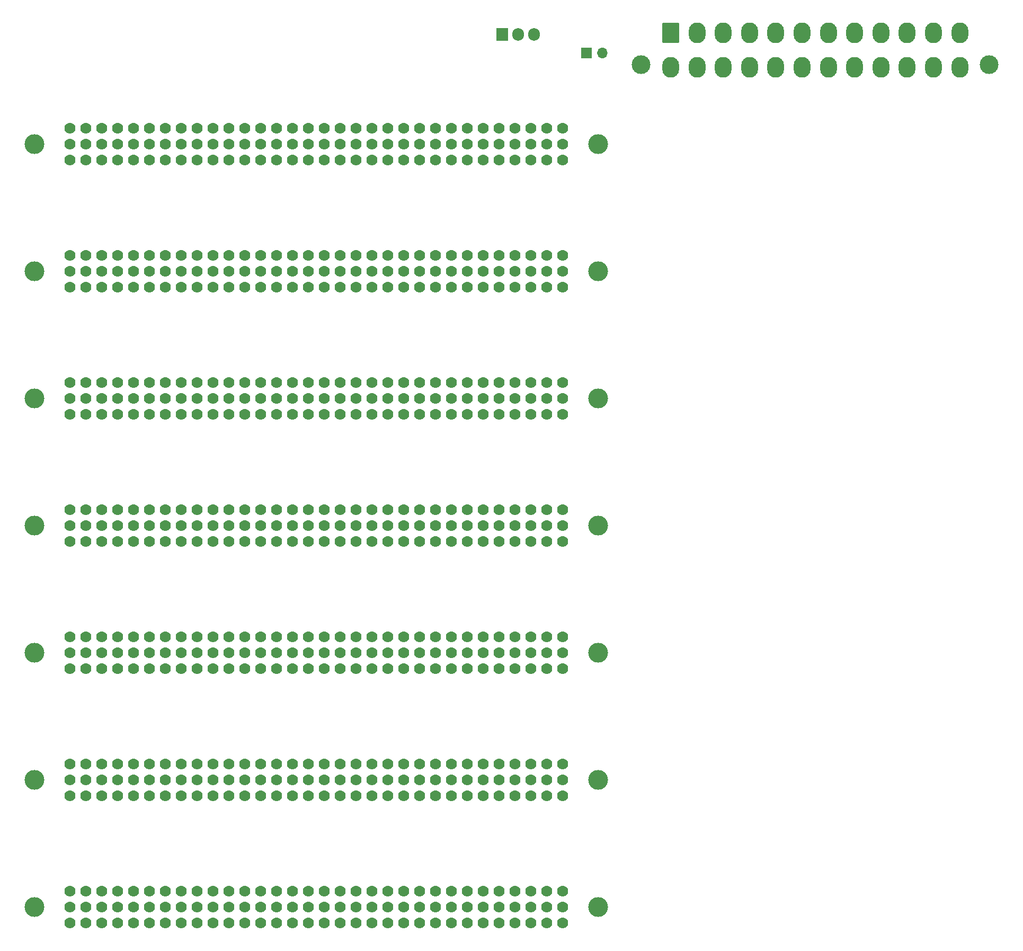
<source format=gbr>
%TF.GenerationSoftware,KiCad,Pcbnew,(6.0.7)*%
%TF.CreationDate,2023-04-17T16:20:31-06:00*%
%TF.ProjectId,Malebolge,4d616c65-626f-46c6-9765-2e6b69636164,rev?*%
%TF.SameCoordinates,Original*%
%TF.FileFunction,Soldermask,Bot*%
%TF.FilePolarity,Negative*%
%FSLAX46Y46*%
G04 Gerber Fmt 4.6, Leading zero omitted, Abs format (unit mm)*
G04 Created by KiCad (PCBNEW (6.0.7)) date 2023-04-17 16:20:31*
%MOMM*%
%LPD*%
G01*
G04 APERTURE LIST*
G04 Aperture macros list*
%AMRoundRect*
0 Rectangle with rounded corners*
0 $1 Rounding radius*
0 $2 $3 $4 $5 $6 $7 $8 $9 X,Y pos of 4 corners*
0 Add a 4 corners polygon primitive as box body*
4,1,4,$2,$3,$4,$5,$6,$7,$8,$9,$2,$3,0*
0 Add four circle primitives for the rounded corners*
1,1,$1+$1,$2,$3*
1,1,$1+$1,$4,$5*
1,1,$1+$1,$6,$7*
1,1,$1+$1,$8,$9*
0 Add four rect primitives between the rounded corners*
20,1,$1+$1,$2,$3,$4,$5,0*
20,1,$1+$1,$4,$5,$6,$7,0*
20,1,$1+$1,$6,$7,$8,$9,0*
20,1,$1+$1,$8,$9,$2,$3,0*%
G04 Aperture macros list end*
%ADD10R,1.905000X2.000000*%
%ADD11O,1.905000X2.000000*%
%ADD12R,1.700000X1.700000*%
%ADD13O,1.700000X1.700000*%
%ADD14C,3.000000*%
%ADD15RoundRect,0.250001X-1.099999X-1.399999X1.099999X-1.399999X1.099999X1.399999X-1.099999X1.399999X0*%
%ADD16O,2.700000X3.300000*%
%ADD17C,1.778000*%
%ADD18C,3.175000*%
G04 APERTURE END LIST*
D10*
%TO.C,U1*%
X90678000Y-14224000D03*
D11*
X93218000Y-14224000D03*
X95758000Y-14224000D03*
%TD*%
D12*
%TO.C,J2*%
X104160000Y-17247000D03*
D13*
X106700000Y-17247000D03*
%TD*%
D14*
%TO.C,J1*%
X168516000Y-19062000D03*
X112916000Y-19062000D03*
D15*
X117616000Y-14022000D03*
D16*
X121816000Y-14022000D03*
X126016000Y-14022000D03*
X130216000Y-14022000D03*
X134416000Y-14022000D03*
X138616000Y-14022000D03*
X142816000Y-14022000D03*
X147016000Y-14022000D03*
X151216000Y-14022000D03*
X155416000Y-14022000D03*
X159616000Y-14022000D03*
X163816000Y-14022000D03*
X117616000Y-19522000D03*
X121816000Y-19522000D03*
X126016000Y-19522000D03*
X130216000Y-19522000D03*
X134416000Y-19522000D03*
X138616000Y-19522000D03*
X142816000Y-19522000D03*
X147016000Y-19522000D03*
X151216000Y-19522000D03*
X155416000Y-19522000D03*
X159616000Y-19522000D03*
X163816000Y-19522000D03*
%TD*%
D17*
%TO.C,BUS7*%
X100330000Y-151130000D03*
X97790000Y-151130000D03*
X95250000Y-151130000D03*
X92710000Y-151130000D03*
X90170000Y-151130000D03*
X87630000Y-151130000D03*
X85090000Y-151130000D03*
X82550000Y-151130000D03*
X80010000Y-151130000D03*
X77470000Y-151130000D03*
X74930000Y-151130000D03*
X72390000Y-151130000D03*
X69850000Y-151130000D03*
X67310000Y-151130000D03*
X64770000Y-151130000D03*
X62230000Y-151130000D03*
X59690000Y-151130000D03*
X57150000Y-151130000D03*
X54610000Y-151130000D03*
X52070000Y-151130000D03*
X49530000Y-151130000D03*
X46990000Y-151130000D03*
X44450000Y-151130000D03*
X41910000Y-151130000D03*
X39370000Y-151130000D03*
X36830000Y-151130000D03*
X34290000Y-151130000D03*
X31750000Y-151130000D03*
X29210000Y-151130000D03*
X26670000Y-151130000D03*
X24130000Y-151130000D03*
X21590000Y-151130000D03*
X100330000Y-153670000D03*
X97790000Y-153670000D03*
X95250000Y-153670000D03*
X92710000Y-153670000D03*
X90170000Y-153670000D03*
X87630000Y-153670000D03*
X85090000Y-153670000D03*
X82550000Y-153670000D03*
X80010000Y-153670000D03*
X77470000Y-153670000D03*
X74930000Y-153670000D03*
X72390000Y-153670000D03*
X69850000Y-153670000D03*
X67310000Y-153670000D03*
X64770000Y-153670000D03*
X62230000Y-153670000D03*
X59690000Y-153670000D03*
X57150000Y-153670000D03*
X54610000Y-153670000D03*
X52070000Y-153670000D03*
X49530000Y-153670000D03*
X46990000Y-153670000D03*
X44450000Y-153670000D03*
X41910000Y-153670000D03*
X39370000Y-153670000D03*
X36830000Y-153670000D03*
X34290000Y-153670000D03*
X31750000Y-153670000D03*
X29210000Y-153670000D03*
X26670000Y-153670000D03*
X24130000Y-153670000D03*
X21590000Y-153670000D03*
X100330000Y-156210000D03*
X97790000Y-156210000D03*
X95250000Y-156210000D03*
X92710000Y-156210000D03*
X90170000Y-156210000D03*
X87630000Y-156210000D03*
X85090000Y-156210000D03*
X82550000Y-156210000D03*
X80010000Y-156210000D03*
X77470000Y-156210000D03*
X74930000Y-156210000D03*
X72390000Y-156210000D03*
X69850000Y-156210000D03*
X67310000Y-156210000D03*
X64770000Y-156210000D03*
X62230000Y-156210000D03*
X59690000Y-156210000D03*
X57150000Y-156210000D03*
X54610000Y-156210000D03*
X52070000Y-156210000D03*
X49530000Y-156210000D03*
X46990000Y-156210000D03*
X44450000Y-156210000D03*
X41910000Y-156210000D03*
X39370000Y-156210000D03*
X36830000Y-156210000D03*
X34290000Y-156210000D03*
X31750000Y-156210000D03*
X29210000Y-156210000D03*
X26670000Y-156210000D03*
X24130000Y-156210000D03*
X21590000Y-156210000D03*
D18*
X15913100Y-153670000D03*
X106006900Y-153670000D03*
%TD*%
D17*
%TO.C,BUS6*%
X100330000Y-130810000D03*
X97790000Y-130810000D03*
X95250000Y-130810000D03*
X92710000Y-130810000D03*
X90170000Y-130810000D03*
X87630000Y-130810000D03*
X85090000Y-130810000D03*
X82550000Y-130810000D03*
X80010000Y-130810000D03*
X77470000Y-130810000D03*
X74930000Y-130810000D03*
X72390000Y-130810000D03*
X69850000Y-130810000D03*
X67310000Y-130810000D03*
X64770000Y-130810000D03*
X62230000Y-130810000D03*
X59690000Y-130810000D03*
X57150000Y-130810000D03*
X54610000Y-130810000D03*
X52070000Y-130810000D03*
X49530000Y-130810000D03*
X46990000Y-130810000D03*
X44450000Y-130810000D03*
X41910000Y-130810000D03*
X39370000Y-130810000D03*
X36830000Y-130810000D03*
X34290000Y-130810000D03*
X31750000Y-130810000D03*
X29210000Y-130810000D03*
X26670000Y-130810000D03*
X24130000Y-130810000D03*
X21590000Y-130810000D03*
X100330000Y-133350000D03*
X97790000Y-133350000D03*
X95250000Y-133350000D03*
X92710000Y-133350000D03*
X90170000Y-133350000D03*
X87630000Y-133350000D03*
X85090000Y-133350000D03*
X82550000Y-133350000D03*
X80010000Y-133350000D03*
X77470000Y-133350000D03*
X74930000Y-133350000D03*
X72390000Y-133350000D03*
X69850000Y-133350000D03*
X67310000Y-133350000D03*
X64770000Y-133350000D03*
X62230000Y-133350000D03*
X59690000Y-133350000D03*
X57150000Y-133350000D03*
X54610000Y-133350000D03*
X52070000Y-133350000D03*
X49530000Y-133350000D03*
X46990000Y-133350000D03*
X44450000Y-133350000D03*
X41910000Y-133350000D03*
X39370000Y-133350000D03*
X36830000Y-133350000D03*
X34290000Y-133350000D03*
X31750000Y-133350000D03*
X29210000Y-133350000D03*
X26670000Y-133350000D03*
X24130000Y-133350000D03*
X21590000Y-133350000D03*
X100330000Y-135890000D03*
X97790000Y-135890000D03*
X95250000Y-135890000D03*
X92710000Y-135890000D03*
X90170000Y-135890000D03*
X87630000Y-135890000D03*
X85090000Y-135890000D03*
X82550000Y-135890000D03*
X80010000Y-135890000D03*
X77470000Y-135890000D03*
X74930000Y-135890000D03*
X72390000Y-135890000D03*
X69850000Y-135890000D03*
X67310000Y-135890000D03*
X64770000Y-135890000D03*
X62230000Y-135890000D03*
X59690000Y-135890000D03*
X57150000Y-135890000D03*
X54610000Y-135890000D03*
X52070000Y-135890000D03*
X49530000Y-135890000D03*
X46990000Y-135890000D03*
X44450000Y-135890000D03*
X41910000Y-135890000D03*
X39370000Y-135890000D03*
X36830000Y-135890000D03*
X34290000Y-135890000D03*
X31750000Y-135890000D03*
X29210000Y-135890000D03*
X26670000Y-135890000D03*
X24130000Y-135890000D03*
X21590000Y-135890000D03*
D18*
X15913100Y-133350000D03*
X106006900Y-133350000D03*
%TD*%
D17*
%TO.C,BUS5*%
X100330000Y-110490000D03*
X97790000Y-110490000D03*
X95250000Y-110490000D03*
X92710000Y-110490000D03*
X90170000Y-110490000D03*
X87630000Y-110490000D03*
X85090000Y-110490000D03*
X82550000Y-110490000D03*
X80010000Y-110490000D03*
X77470000Y-110490000D03*
X74930000Y-110490000D03*
X72390000Y-110490000D03*
X69850000Y-110490000D03*
X67310000Y-110490000D03*
X64770000Y-110490000D03*
X62230000Y-110490000D03*
X59690000Y-110490000D03*
X57150000Y-110490000D03*
X54610000Y-110490000D03*
X52070000Y-110490000D03*
X49530000Y-110490000D03*
X46990000Y-110490000D03*
X44450000Y-110490000D03*
X41910000Y-110490000D03*
X39370000Y-110490000D03*
X36830000Y-110490000D03*
X34290000Y-110490000D03*
X31750000Y-110490000D03*
X29210000Y-110490000D03*
X26670000Y-110490000D03*
X24130000Y-110490000D03*
X21590000Y-110490000D03*
X100330000Y-113030000D03*
X97790000Y-113030000D03*
X95250000Y-113030000D03*
X92710000Y-113030000D03*
X90170000Y-113030000D03*
X87630000Y-113030000D03*
X85090000Y-113030000D03*
X82550000Y-113030000D03*
X80010000Y-113030000D03*
X77470000Y-113030000D03*
X74930000Y-113030000D03*
X72390000Y-113030000D03*
X69850000Y-113030000D03*
X67310000Y-113030000D03*
X64770000Y-113030000D03*
X62230000Y-113030000D03*
X59690000Y-113030000D03*
X57150000Y-113030000D03*
X54610000Y-113030000D03*
X52070000Y-113030000D03*
X49530000Y-113030000D03*
X46990000Y-113030000D03*
X44450000Y-113030000D03*
X41910000Y-113030000D03*
X39370000Y-113030000D03*
X36830000Y-113030000D03*
X34290000Y-113030000D03*
X31750000Y-113030000D03*
X29210000Y-113030000D03*
X26670000Y-113030000D03*
X24130000Y-113030000D03*
X21590000Y-113030000D03*
X100330000Y-115570000D03*
X97790000Y-115570000D03*
X95250000Y-115570000D03*
X92710000Y-115570000D03*
X90170000Y-115570000D03*
X87630000Y-115570000D03*
X85090000Y-115570000D03*
X82550000Y-115570000D03*
X80010000Y-115570000D03*
X77470000Y-115570000D03*
X74930000Y-115570000D03*
X72390000Y-115570000D03*
X69850000Y-115570000D03*
X67310000Y-115570000D03*
X64770000Y-115570000D03*
X62230000Y-115570000D03*
X59690000Y-115570000D03*
X57150000Y-115570000D03*
X54610000Y-115570000D03*
X52070000Y-115570000D03*
X49530000Y-115570000D03*
X46990000Y-115570000D03*
X44450000Y-115570000D03*
X41910000Y-115570000D03*
X39370000Y-115570000D03*
X36830000Y-115570000D03*
X34290000Y-115570000D03*
X31750000Y-115570000D03*
X29210000Y-115570000D03*
X26670000Y-115570000D03*
X24130000Y-115570000D03*
X21590000Y-115570000D03*
D18*
X15913100Y-113030000D03*
X106006900Y-113030000D03*
%TD*%
D17*
%TO.C,BUS4*%
X100330000Y-90170000D03*
X97790000Y-90170000D03*
X95250000Y-90170000D03*
X92710000Y-90170000D03*
X90170000Y-90170000D03*
X87630000Y-90170000D03*
X85090000Y-90170000D03*
X82550000Y-90170000D03*
X80010000Y-90170000D03*
X77470000Y-90170000D03*
X74930000Y-90170000D03*
X72390000Y-90170000D03*
X69850000Y-90170000D03*
X67310000Y-90170000D03*
X64770000Y-90170000D03*
X62230000Y-90170000D03*
X59690000Y-90170000D03*
X57150000Y-90170000D03*
X54610000Y-90170000D03*
X52070000Y-90170000D03*
X49530000Y-90170000D03*
X46990000Y-90170000D03*
X44450000Y-90170000D03*
X41910000Y-90170000D03*
X39370000Y-90170000D03*
X36830000Y-90170000D03*
X34290000Y-90170000D03*
X31750000Y-90170000D03*
X29210000Y-90170000D03*
X26670000Y-90170000D03*
X24130000Y-90170000D03*
X21590000Y-90170000D03*
X100330000Y-92710000D03*
X97790000Y-92710000D03*
X95250000Y-92710000D03*
X92710000Y-92710000D03*
X90170000Y-92710000D03*
X87630000Y-92710000D03*
X85090000Y-92710000D03*
X82550000Y-92710000D03*
X80010000Y-92710000D03*
X77470000Y-92710000D03*
X74930000Y-92710000D03*
X72390000Y-92710000D03*
X69850000Y-92710000D03*
X67310000Y-92710000D03*
X64770000Y-92710000D03*
X62230000Y-92710000D03*
X59690000Y-92710000D03*
X57150000Y-92710000D03*
X54610000Y-92710000D03*
X52070000Y-92710000D03*
X49530000Y-92710000D03*
X46990000Y-92710000D03*
X44450000Y-92710000D03*
X41910000Y-92710000D03*
X39370000Y-92710000D03*
X36830000Y-92710000D03*
X34290000Y-92710000D03*
X31750000Y-92710000D03*
X29210000Y-92710000D03*
X26670000Y-92710000D03*
X24130000Y-92710000D03*
X21590000Y-92710000D03*
X100330000Y-95250000D03*
X97790000Y-95250000D03*
X95250000Y-95250000D03*
X92710000Y-95250000D03*
X90170000Y-95250000D03*
X87630000Y-95250000D03*
X85090000Y-95250000D03*
X82550000Y-95250000D03*
X80010000Y-95250000D03*
X77470000Y-95250000D03*
X74930000Y-95250000D03*
X72390000Y-95250000D03*
X69850000Y-95250000D03*
X67310000Y-95250000D03*
X64770000Y-95250000D03*
X62230000Y-95250000D03*
X59690000Y-95250000D03*
X57150000Y-95250000D03*
X54610000Y-95250000D03*
X52070000Y-95250000D03*
X49530000Y-95250000D03*
X46990000Y-95250000D03*
X44450000Y-95250000D03*
X41910000Y-95250000D03*
X39370000Y-95250000D03*
X36830000Y-95250000D03*
X34290000Y-95250000D03*
X31750000Y-95250000D03*
X29210000Y-95250000D03*
X26670000Y-95250000D03*
X24130000Y-95250000D03*
X21590000Y-95250000D03*
D18*
X15913100Y-92710000D03*
X106006900Y-92710000D03*
%TD*%
D17*
%TO.C,BUS3*%
X100330000Y-69850000D03*
X97790000Y-69850000D03*
X95250000Y-69850000D03*
X92710000Y-69850000D03*
X90170000Y-69850000D03*
X87630000Y-69850000D03*
X85090000Y-69850000D03*
X82550000Y-69850000D03*
X80010000Y-69850000D03*
X77470000Y-69850000D03*
X74930000Y-69850000D03*
X72390000Y-69850000D03*
X69850000Y-69850000D03*
X67310000Y-69850000D03*
X64770000Y-69850000D03*
X62230000Y-69850000D03*
X59690000Y-69850000D03*
X57150000Y-69850000D03*
X54610000Y-69850000D03*
X52070000Y-69850000D03*
X49530000Y-69850000D03*
X46990000Y-69850000D03*
X44450000Y-69850000D03*
X41910000Y-69850000D03*
X39370000Y-69850000D03*
X36830000Y-69850000D03*
X34290000Y-69850000D03*
X31750000Y-69850000D03*
X29210000Y-69850000D03*
X26670000Y-69850000D03*
X24130000Y-69850000D03*
X21590000Y-69850000D03*
X100330000Y-72390000D03*
X97790000Y-72390000D03*
X95250000Y-72390000D03*
X92710000Y-72390000D03*
X90170000Y-72390000D03*
X87630000Y-72390000D03*
X85090000Y-72390000D03*
X82550000Y-72390000D03*
X80010000Y-72390000D03*
X77470000Y-72390000D03*
X74930000Y-72390000D03*
X72390000Y-72390000D03*
X69850000Y-72390000D03*
X67310000Y-72390000D03*
X64770000Y-72390000D03*
X62230000Y-72390000D03*
X59690000Y-72390000D03*
X57150000Y-72390000D03*
X54610000Y-72390000D03*
X52070000Y-72390000D03*
X49530000Y-72390000D03*
X46990000Y-72390000D03*
X44450000Y-72390000D03*
X41910000Y-72390000D03*
X39370000Y-72390000D03*
X36830000Y-72390000D03*
X34290000Y-72390000D03*
X31750000Y-72390000D03*
X29210000Y-72390000D03*
X26670000Y-72390000D03*
X24130000Y-72390000D03*
X21590000Y-72390000D03*
X100330000Y-74930000D03*
X97790000Y-74930000D03*
X95250000Y-74930000D03*
X92710000Y-74930000D03*
X90170000Y-74930000D03*
X87630000Y-74930000D03*
X85090000Y-74930000D03*
X82550000Y-74930000D03*
X80010000Y-74930000D03*
X77470000Y-74930000D03*
X74930000Y-74930000D03*
X72390000Y-74930000D03*
X69850000Y-74930000D03*
X67310000Y-74930000D03*
X64770000Y-74930000D03*
X62230000Y-74930000D03*
X59690000Y-74930000D03*
X57150000Y-74930000D03*
X54610000Y-74930000D03*
X52070000Y-74930000D03*
X49530000Y-74930000D03*
X46990000Y-74930000D03*
X44450000Y-74930000D03*
X41910000Y-74930000D03*
X39370000Y-74930000D03*
X36830000Y-74930000D03*
X34290000Y-74930000D03*
X31750000Y-74930000D03*
X29210000Y-74930000D03*
X26670000Y-74930000D03*
X24130000Y-74930000D03*
X21590000Y-74930000D03*
D18*
X15913100Y-72390000D03*
X106006900Y-72390000D03*
%TD*%
D17*
%TO.C,BUS2*%
X100330000Y-49530000D03*
X97790000Y-49530000D03*
X95250000Y-49530000D03*
X92710000Y-49530000D03*
X90170000Y-49530000D03*
X87630000Y-49530000D03*
X85090000Y-49530000D03*
X82550000Y-49530000D03*
X80010000Y-49530000D03*
X77470000Y-49530000D03*
X74930000Y-49530000D03*
X72390000Y-49530000D03*
X69850000Y-49530000D03*
X67310000Y-49530000D03*
X64770000Y-49530000D03*
X62230000Y-49530000D03*
X59690000Y-49530000D03*
X57150000Y-49530000D03*
X54610000Y-49530000D03*
X52070000Y-49530000D03*
X49530000Y-49530000D03*
X46990000Y-49530000D03*
X44450000Y-49530000D03*
X41910000Y-49530000D03*
X39370000Y-49530000D03*
X36830000Y-49530000D03*
X34290000Y-49530000D03*
X31750000Y-49530000D03*
X29210000Y-49530000D03*
X26670000Y-49530000D03*
X24130000Y-49530000D03*
X21590000Y-49530000D03*
X100330000Y-52070000D03*
X97790000Y-52070000D03*
X95250000Y-52070000D03*
X92710000Y-52070000D03*
X90170000Y-52070000D03*
X87630000Y-52070000D03*
X85090000Y-52070000D03*
X82550000Y-52070000D03*
X80010000Y-52070000D03*
X77470000Y-52070000D03*
X74930000Y-52070000D03*
X72390000Y-52070000D03*
X69850000Y-52070000D03*
X67310000Y-52070000D03*
X64770000Y-52070000D03*
X62230000Y-52070000D03*
X59690000Y-52070000D03*
X57150000Y-52070000D03*
X54610000Y-52070000D03*
X52070000Y-52070000D03*
X49530000Y-52070000D03*
X46990000Y-52070000D03*
X44450000Y-52070000D03*
X41910000Y-52070000D03*
X39370000Y-52070000D03*
X36830000Y-52070000D03*
X34290000Y-52070000D03*
X31750000Y-52070000D03*
X29210000Y-52070000D03*
X26670000Y-52070000D03*
X24130000Y-52070000D03*
X21590000Y-52070000D03*
X100330000Y-54610000D03*
X97790000Y-54610000D03*
X95250000Y-54610000D03*
X92710000Y-54610000D03*
X90170000Y-54610000D03*
X87630000Y-54610000D03*
X85090000Y-54610000D03*
X82550000Y-54610000D03*
X80010000Y-54610000D03*
X77470000Y-54610000D03*
X74930000Y-54610000D03*
X72390000Y-54610000D03*
X69850000Y-54610000D03*
X67310000Y-54610000D03*
X64770000Y-54610000D03*
X62230000Y-54610000D03*
X59690000Y-54610000D03*
X57150000Y-54610000D03*
X54610000Y-54610000D03*
X52070000Y-54610000D03*
X49530000Y-54610000D03*
X46990000Y-54610000D03*
X44450000Y-54610000D03*
X41910000Y-54610000D03*
X39370000Y-54610000D03*
X36830000Y-54610000D03*
X34290000Y-54610000D03*
X31750000Y-54610000D03*
X29210000Y-54610000D03*
X26670000Y-54610000D03*
X24130000Y-54610000D03*
X21590000Y-54610000D03*
D18*
X15913100Y-52070000D03*
X106006900Y-52070000D03*
%TD*%
D17*
%TO.C,BUS1*%
X100330000Y-29210000D03*
X97790000Y-29210000D03*
X95250000Y-29210000D03*
X92710000Y-29210000D03*
X90170000Y-29210000D03*
X87630000Y-29210000D03*
X85090000Y-29210000D03*
X82550000Y-29210000D03*
X80010000Y-29210000D03*
X77470000Y-29210000D03*
X74930000Y-29210000D03*
X72390000Y-29210000D03*
X69850000Y-29210000D03*
X67310000Y-29210000D03*
X64770000Y-29210000D03*
X62230000Y-29210000D03*
X59690000Y-29210000D03*
X57150000Y-29210000D03*
X54610000Y-29210000D03*
X52070000Y-29210000D03*
X49530000Y-29210000D03*
X46990000Y-29210000D03*
X44450000Y-29210000D03*
X41910000Y-29210000D03*
X39370000Y-29210000D03*
X36830000Y-29210000D03*
X34290000Y-29210000D03*
X31750000Y-29210000D03*
X29210000Y-29210000D03*
X26670000Y-29210000D03*
X24130000Y-29210000D03*
X21590000Y-29210000D03*
X100330000Y-31750000D03*
X97790000Y-31750000D03*
X95250000Y-31750000D03*
X92710000Y-31750000D03*
X90170000Y-31750000D03*
X87630000Y-31750000D03*
X85090000Y-31750000D03*
X82550000Y-31750000D03*
X80010000Y-31750000D03*
X77470000Y-31750000D03*
X74930000Y-31750000D03*
X72390000Y-31750000D03*
X69850000Y-31750000D03*
X67310000Y-31750000D03*
X64770000Y-31750000D03*
X62230000Y-31750000D03*
X59690000Y-31750000D03*
X57150000Y-31750000D03*
X54610000Y-31750000D03*
X52070000Y-31750000D03*
X49530000Y-31750000D03*
X46990000Y-31750000D03*
X44450000Y-31750000D03*
X41910000Y-31750000D03*
X39370000Y-31750000D03*
X36830000Y-31750000D03*
X34290000Y-31750000D03*
X31750000Y-31750000D03*
X29210000Y-31750000D03*
X26670000Y-31750000D03*
X24130000Y-31750000D03*
X21590000Y-31750000D03*
X100330000Y-34290000D03*
X97790000Y-34290000D03*
X95250000Y-34290000D03*
X92710000Y-34290000D03*
X90170000Y-34290000D03*
X87630000Y-34290000D03*
X85090000Y-34290000D03*
X82550000Y-34290000D03*
X80010000Y-34290000D03*
X77470000Y-34290000D03*
X74930000Y-34290000D03*
X72390000Y-34290000D03*
X69850000Y-34290000D03*
X67310000Y-34290000D03*
X64770000Y-34290000D03*
X62230000Y-34290000D03*
X59690000Y-34290000D03*
X57150000Y-34290000D03*
X54610000Y-34290000D03*
X52070000Y-34290000D03*
X49530000Y-34290000D03*
X46990000Y-34290000D03*
X44450000Y-34290000D03*
X41910000Y-34290000D03*
X39370000Y-34290000D03*
X36830000Y-34290000D03*
X34290000Y-34290000D03*
X31750000Y-34290000D03*
X29210000Y-34290000D03*
X26670000Y-34290000D03*
X24130000Y-34290000D03*
X21590000Y-34290000D03*
D18*
X15913100Y-31750000D03*
X106006900Y-31750000D03*
%TD*%
M02*

</source>
